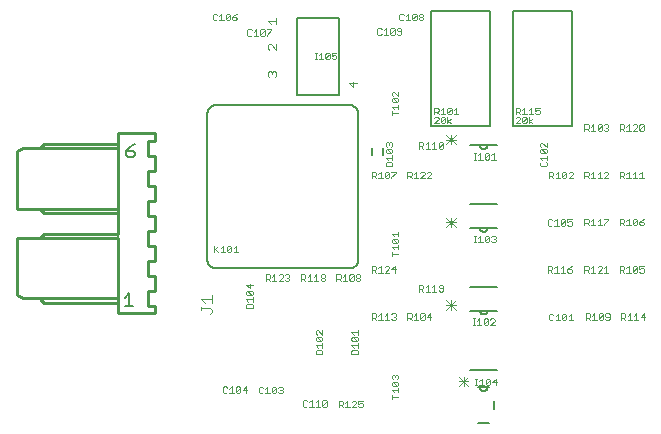
<source format=gbr>
G04 EAGLE Gerber RS-274X export*
G75*
%MOMM*%
%FSLAX34Y34*%
%LPD*%
%INSilkscreen Top*%
%IPPOS*%
%AMOC8*
5,1,8,0,0,1.08239X$1,22.5*%
G01*
%ADD10C,0.152400*%
%ADD11C,0.076200*%
%ADD12C,0.050800*%
%ADD13C,0.203200*%
%ADD14C,0.101600*%
%ADD15C,0.200000*%
%ADD16C,0.127000*%
%ADD17C,0.254000*%
%ADD18C,0.177800*%


D10*
X288316Y195108D02*
X311684Y195108D01*
X311684Y244892D02*
X303048Y244892D01*
X296952Y244892D01*
X288316Y244892D01*
X296952Y244892D02*
X296954Y244783D01*
X296960Y244675D01*
X296969Y244566D01*
X296983Y244458D01*
X297000Y244351D01*
X297022Y244244D01*
X297047Y244138D01*
X297075Y244033D01*
X297108Y243929D01*
X297144Y243827D01*
X297184Y243726D01*
X297227Y243626D01*
X297274Y243528D01*
X297325Y243431D01*
X297379Y243337D01*
X297436Y243244D01*
X297496Y243154D01*
X297560Y243065D01*
X297627Y242979D01*
X297696Y242896D01*
X297769Y242815D01*
X297845Y242737D01*
X297923Y242661D01*
X298004Y242588D01*
X298087Y242519D01*
X298173Y242452D01*
X298262Y242388D01*
X298352Y242328D01*
X298445Y242271D01*
X298539Y242217D01*
X298636Y242166D01*
X298734Y242119D01*
X298834Y242076D01*
X298935Y242036D01*
X299037Y242000D01*
X299141Y241967D01*
X299246Y241939D01*
X299352Y241914D01*
X299459Y241892D01*
X299566Y241875D01*
X299674Y241861D01*
X299783Y241852D01*
X299891Y241846D01*
X300000Y241844D01*
X300109Y241846D01*
X300217Y241852D01*
X300326Y241861D01*
X300434Y241875D01*
X300541Y241892D01*
X300648Y241914D01*
X300754Y241939D01*
X300859Y241967D01*
X300963Y242000D01*
X301065Y242036D01*
X301166Y242076D01*
X301266Y242119D01*
X301364Y242166D01*
X301461Y242217D01*
X301555Y242271D01*
X301648Y242328D01*
X301738Y242388D01*
X301827Y242452D01*
X301913Y242519D01*
X301996Y242588D01*
X302077Y242661D01*
X302155Y242737D01*
X302231Y242815D01*
X302304Y242896D01*
X302373Y242979D01*
X302440Y243065D01*
X302504Y243154D01*
X302564Y243244D01*
X302621Y243337D01*
X302675Y243431D01*
X302726Y243528D01*
X302773Y243626D01*
X302816Y243726D01*
X302856Y243827D01*
X302892Y243929D01*
X302925Y244033D01*
X302953Y244138D01*
X302978Y244244D01*
X303000Y244351D01*
X303017Y244458D01*
X303031Y244566D01*
X303040Y244675D01*
X303046Y244783D01*
X303048Y244892D01*
D11*
X276342Y245740D02*
X268377Y253706D01*
X276342Y253706D02*
X268377Y245740D01*
X268377Y249723D02*
X276342Y249723D01*
X272360Y245740D02*
X272360Y253706D01*
D12*
X291804Y232846D02*
X293636Y232846D01*
X292720Y232846D02*
X292720Y238343D01*
X291804Y238343D02*
X293636Y238343D01*
X295487Y236510D02*
X297319Y238343D01*
X297319Y232846D01*
X295487Y232846D02*
X299152Y232846D01*
X301012Y233762D02*
X301012Y237427D01*
X301928Y238343D01*
X303760Y238343D01*
X304676Y237427D01*
X304676Y233762D01*
X303760Y232846D01*
X301928Y232846D01*
X301012Y233762D01*
X304676Y237427D01*
X306537Y236510D02*
X308369Y238343D01*
X308369Y232846D01*
X306537Y232846D02*
X310201Y232846D01*
X355364Y222641D02*
X355364Y217144D01*
X355364Y222641D02*
X358112Y222641D01*
X359028Y221725D01*
X359028Y219892D01*
X358112Y218976D01*
X355364Y218976D01*
X357196Y218976D02*
X359028Y217144D01*
X360889Y220808D02*
X362721Y222641D01*
X362721Y217144D01*
X360889Y217144D02*
X364553Y217144D01*
X366413Y218060D02*
X366413Y221725D01*
X367330Y222641D01*
X369162Y222641D01*
X370078Y221725D01*
X370078Y218060D01*
X369162Y217144D01*
X367330Y217144D01*
X366413Y218060D01*
X370078Y221725D01*
X371938Y217144D02*
X375603Y217144D01*
X375603Y220808D02*
X371938Y217144D01*
X375603Y220808D02*
X375603Y221725D01*
X374687Y222641D01*
X372854Y222641D01*
X371938Y221725D01*
X385364Y222641D02*
X385364Y217144D01*
X385364Y222641D02*
X388112Y222641D01*
X389028Y221725D01*
X389028Y219892D01*
X388112Y218976D01*
X385364Y218976D01*
X387196Y218976D02*
X389028Y217144D01*
X390889Y220808D02*
X392721Y222641D01*
X392721Y217144D01*
X390889Y217144D02*
X394553Y217144D01*
X396413Y220808D02*
X398246Y222641D01*
X398246Y217144D01*
X400078Y217144D02*
X396413Y217144D01*
X401938Y217144D02*
X405603Y217144D01*
X405603Y220808D02*
X401938Y217144D01*
X405603Y220808D02*
X405603Y221725D01*
X404687Y222641D01*
X402854Y222641D01*
X401938Y221725D01*
X348785Y230710D02*
X347869Y229793D01*
X347869Y227961D01*
X348785Y227045D01*
X352450Y227045D01*
X353366Y227961D01*
X353366Y229793D01*
X352450Y230710D01*
X349702Y232570D02*
X347869Y234402D01*
X353366Y234402D01*
X353366Y232570D02*
X353366Y236234D01*
X352450Y238095D02*
X348785Y238095D01*
X347869Y239011D01*
X347869Y240843D01*
X348785Y241759D01*
X352450Y241759D01*
X353366Y240843D01*
X353366Y239011D01*
X352450Y238095D01*
X348785Y241759D01*
X353366Y243619D02*
X353366Y247284D01*
X349702Y247284D02*
X353366Y243619D01*
X349702Y247284D02*
X348785Y247284D01*
X347869Y246368D01*
X347869Y244535D01*
X348785Y243619D01*
X385364Y257144D02*
X385364Y262641D01*
X388112Y262641D01*
X389028Y261725D01*
X389028Y259892D01*
X388112Y258976D01*
X385364Y258976D01*
X387196Y258976D02*
X389028Y257144D01*
X390889Y260808D02*
X392721Y262641D01*
X392721Y257144D01*
X390889Y257144D02*
X394553Y257144D01*
X396413Y258060D02*
X396413Y261725D01*
X397330Y262641D01*
X399162Y262641D01*
X400078Y261725D01*
X400078Y258060D01*
X399162Y257144D01*
X397330Y257144D01*
X396413Y258060D01*
X400078Y261725D01*
X401938Y261725D02*
X402854Y262641D01*
X404687Y262641D01*
X405603Y261725D01*
X405603Y260808D01*
X404687Y259892D01*
X403770Y259892D01*
X404687Y259892D02*
X405603Y258976D01*
X405603Y258060D01*
X404687Y257144D01*
X402854Y257144D01*
X401938Y258060D01*
D10*
X311684Y125108D02*
X288316Y125108D01*
X303048Y174892D02*
X311684Y174892D01*
X303048Y174892D02*
X296952Y174892D01*
X288316Y174892D01*
X296952Y174892D02*
X296954Y174783D01*
X296960Y174675D01*
X296969Y174566D01*
X296983Y174458D01*
X297000Y174351D01*
X297022Y174244D01*
X297047Y174138D01*
X297075Y174033D01*
X297108Y173929D01*
X297144Y173827D01*
X297184Y173726D01*
X297227Y173626D01*
X297274Y173528D01*
X297325Y173431D01*
X297379Y173337D01*
X297436Y173244D01*
X297496Y173154D01*
X297560Y173065D01*
X297627Y172979D01*
X297696Y172896D01*
X297769Y172815D01*
X297845Y172737D01*
X297923Y172661D01*
X298004Y172588D01*
X298087Y172519D01*
X298173Y172452D01*
X298262Y172388D01*
X298352Y172328D01*
X298445Y172271D01*
X298539Y172217D01*
X298636Y172166D01*
X298734Y172119D01*
X298834Y172076D01*
X298935Y172036D01*
X299037Y172000D01*
X299141Y171967D01*
X299246Y171939D01*
X299352Y171914D01*
X299459Y171892D01*
X299566Y171875D01*
X299674Y171861D01*
X299783Y171852D01*
X299891Y171846D01*
X300000Y171844D01*
X300109Y171846D01*
X300217Y171852D01*
X300326Y171861D01*
X300434Y171875D01*
X300541Y171892D01*
X300648Y171914D01*
X300754Y171939D01*
X300859Y171967D01*
X300963Y172000D01*
X301065Y172036D01*
X301166Y172076D01*
X301266Y172119D01*
X301364Y172166D01*
X301461Y172217D01*
X301555Y172271D01*
X301648Y172328D01*
X301738Y172388D01*
X301827Y172452D01*
X301913Y172519D01*
X301996Y172588D01*
X302077Y172661D01*
X302155Y172737D01*
X302231Y172815D01*
X302304Y172896D01*
X302373Y172979D01*
X302440Y173065D01*
X302504Y173154D01*
X302564Y173244D01*
X302621Y173337D01*
X302675Y173431D01*
X302726Y173528D01*
X302773Y173626D01*
X302816Y173726D01*
X302856Y173827D01*
X302892Y173929D01*
X302925Y174033D01*
X302953Y174138D01*
X302978Y174244D01*
X303000Y174351D01*
X303017Y174458D01*
X303031Y174566D01*
X303040Y174675D01*
X303046Y174783D01*
X303048Y174892D01*
D11*
X276342Y175740D02*
X268377Y183706D01*
X276342Y183706D02*
X268377Y175740D01*
X268377Y179723D02*
X276342Y179723D01*
X272360Y175740D02*
X272360Y183706D01*
D12*
X291804Y162846D02*
X293636Y162846D01*
X292720Y162846D02*
X292720Y168343D01*
X291804Y168343D02*
X293636Y168343D01*
X295487Y166510D02*
X297319Y168343D01*
X297319Y162846D01*
X295487Y162846D02*
X299152Y162846D01*
X301012Y163762D02*
X301012Y167427D01*
X301928Y168343D01*
X303760Y168343D01*
X304676Y167427D01*
X304676Y163762D01*
X303760Y162846D01*
X301928Y162846D01*
X301012Y163762D01*
X304676Y167427D01*
X306537Y167427D02*
X307453Y168343D01*
X309285Y168343D01*
X310201Y167427D01*
X310201Y166510D01*
X309285Y165594D01*
X308369Y165594D01*
X309285Y165594D02*
X310201Y164678D01*
X310201Y163762D01*
X309285Y162846D01*
X307453Y162846D01*
X306537Y163762D01*
X354364Y142641D02*
X354364Y137144D01*
X354364Y142641D02*
X357112Y142641D01*
X358028Y141725D01*
X358028Y139892D01*
X357112Y138976D01*
X354364Y138976D01*
X356196Y138976D02*
X358028Y137144D01*
X359889Y140808D02*
X361721Y142641D01*
X361721Y137144D01*
X359889Y137144D02*
X363553Y137144D01*
X365413Y140808D02*
X367246Y142641D01*
X367246Y137144D01*
X369078Y137144D02*
X365413Y137144D01*
X372770Y141725D02*
X374603Y142641D01*
X372770Y141725D02*
X370938Y139892D01*
X370938Y138060D01*
X371854Y137144D01*
X373687Y137144D01*
X374603Y138060D01*
X374603Y138976D01*
X373687Y139892D01*
X370938Y139892D01*
X385364Y137144D02*
X385364Y142641D01*
X388112Y142641D01*
X389028Y141725D01*
X389028Y139892D01*
X388112Y138976D01*
X385364Y138976D01*
X387196Y138976D02*
X389028Y137144D01*
X390889Y140808D02*
X392721Y142641D01*
X392721Y137144D01*
X390889Y137144D02*
X394553Y137144D01*
X396413Y137144D02*
X400078Y137144D01*
X400078Y140808D02*
X396413Y137144D01*
X400078Y140808D02*
X400078Y141725D01*
X399162Y142641D01*
X397330Y142641D01*
X396413Y141725D01*
X401938Y140808D02*
X403770Y142641D01*
X403770Y137144D01*
X401938Y137144D02*
X405603Y137144D01*
X358028Y181455D02*
X357112Y182371D01*
X355280Y182371D01*
X354364Y181455D01*
X354364Y177790D01*
X355280Y176874D01*
X357112Y176874D01*
X358028Y177790D01*
X359889Y180538D02*
X361721Y182371D01*
X361721Y176874D01*
X359889Y176874D02*
X363553Y176874D01*
X365413Y177790D02*
X365413Y181455D01*
X366330Y182371D01*
X368162Y182371D01*
X369078Y181455D01*
X369078Y177790D01*
X368162Y176874D01*
X366330Y176874D01*
X365413Y177790D01*
X369078Y181455D01*
X370938Y182371D02*
X374603Y182371D01*
X370938Y182371D02*
X370938Y179622D01*
X372770Y180538D01*
X373687Y180538D01*
X374603Y179622D01*
X374603Y177790D01*
X373687Y176874D01*
X371854Y176874D01*
X370938Y177790D01*
X385364Y177144D02*
X385364Y182641D01*
X388112Y182641D01*
X389028Y181725D01*
X389028Y179892D01*
X388112Y178976D01*
X385364Y178976D01*
X387196Y178976D02*
X389028Y177144D01*
X390889Y180808D02*
X392721Y182641D01*
X392721Y177144D01*
X390889Y177144D02*
X394553Y177144D01*
X396413Y180808D02*
X398246Y182641D01*
X398246Y177144D01*
X400078Y177144D02*
X396413Y177144D01*
X401938Y182641D02*
X405603Y182641D01*
X405603Y181725D01*
X401938Y178060D01*
X401938Y177144D01*
X175364Y135641D02*
X175364Y130144D01*
X175364Y135641D02*
X178112Y135641D01*
X179028Y134725D01*
X179028Y132892D01*
X178112Y131976D01*
X175364Y131976D01*
X177196Y131976D02*
X179028Y130144D01*
X180889Y133808D02*
X182721Y135641D01*
X182721Y130144D01*
X180889Y130144D02*
X184553Y130144D01*
X186413Y131060D02*
X186413Y134725D01*
X187330Y135641D01*
X189162Y135641D01*
X190078Y134725D01*
X190078Y131060D01*
X189162Y130144D01*
X187330Y130144D01*
X186413Y131060D01*
X190078Y134725D01*
X191938Y134725D02*
X192854Y135641D01*
X194687Y135641D01*
X195603Y134725D01*
X195603Y133808D01*
X194687Y132892D01*
X195603Y131976D01*
X195603Y131060D01*
X194687Y130144D01*
X192854Y130144D01*
X191938Y131060D01*
X191938Y131976D01*
X192854Y132892D01*
X191938Y133808D01*
X191938Y134725D01*
X192854Y132892D02*
X194687Y132892D01*
X145364Y130144D02*
X145364Y135641D01*
X148112Y135641D01*
X149028Y134725D01*
X149028Y132892D01*
X148112Y131976D01*
X145364Y131976D01*
X147196Y131976D02*
X149028Y130144D01*
X150889Y133808D02*
X152721Y135641D01*
X152721Y130144D01*
X150889Y130144D02*
X154553Y130144D01*
X156413Y133808D02*
X158246Y135641D01*
X158246Y130144D01*
X160078Y130144D02*
X156413Y130144D01*
X161938Y134725D02*
X162854Y135641D01*
X164687Y135641D01*
X165603Y134725D01*
X165603Y133808D01*
X164687Y132892D01*
X165603Y131976D01*
X165603Y131060D01*
X164687Y130144D01*
X162854Y130144D01*
X161938Y131060D01*
X161938Y131976D01*
X162854Y132892D01*
X161938Y133808D01*
X161938Y134725D01*
X162854Y132892D02*
X164687Y132892D01*
X103568Y342185D02*
X102652Y343101D01*
X100820Y343101D01*
X99904Y342185D01*
X99904Y338520D01*
X100820Y337604D01*
X102652Y337604D01*
X103568Y338520D01*
X105429Y341268D02*
X107261Y343101D01*
X107261Y337604D01*
X105429Y337604D02*
X109093Y337604D01*
X110953Y338520D02*
X110953Y342185D01*
X111870Y343101D01*
X113702Y343101D01*
X114618Y342185D01*
X114618Y338520D01*
X113702Y337604D01*
X111870Y337604D01*
X110953Y338520D01*
X114618Y342185D01*
X116478Y343101D02*
X120143Y343101D01*
X120143Y342185D01*
X116478Y338520D01*
X116478Y337604D01*
X231302Y356451D02*
X232218Y355535D01*
X231302Y356451D02*
X229470Y356451D01*
X228554Y355535D01*
X228554Y351870D01*
X229470Y350954D01*
X231302Y350954D01*
X232218Y351870D01*
X234079Y354618D02*
X235911Y356451D01*
X235911Y350954D01*
X234079Y350954D02*
X237743Y350954D01*
X239603Y351870D02*
X239603Y355535D01*
X240520Y356451D01*
X242352Y356451D01*
X243268Y355535D01*
X243268Y351870D01*
X242352Y350954D01*
X240520Y350954D01*
X239603Y351870D01*
X243268Y355535D01*
X245128Y355535D02*
X246044Y356451D01*
X247877Y356451D01*
X248793Y355535D01*
X248793Y354618D01*
X247877Y353702D01*
X248793Y352786D01*
X248793Y351870D01*
X247877Y350954D01*
X246044Y350954D01*
X245128Y351870D01*
X245128Y352786D01*
X246044Y353702D01*
X245128Y354618D01*
X245128Y355535D01*
X246044Y353702D02*
X247877Y353702D01*
X213568Y343185D02*
X212652Y344101D01*
X210820Y344101D01*
X209904Y343185D01*
X209904Y339520D01*
X210820Y338604D01*
X212652Y338604D01*
X213568Y339520D01*
X215429Y342268D02*
X217261Y344101D01*
X217261Y338604D01*
X215429Y338604D02*
X219093Y338604D01*
X220953Y339520D02*
X220953Y343185D01*
X221870Y344101D01*
X223702Y344101D01*
X224618Y343185D01*
X224618Y339520D01*
X223702Y338604D01*
X221870Y338604D01*
X220953Y339520D01*
X224618Y343185D01*
X226478Y339520D02*
X227394Y338604D01*
X229227Y338604D01*
X230143Y339520D01*
X230143Y343185D01*
X229227Y344101D01*
X227394Y344101D01*
X226478Y343185D01*
X226478Y342268D01*
X227394Y341352D01*
X230143Y341352D01*
X74218Y355535D02*
X73302Y356451D01*
X71470Y356451D01*
X70554Y355535D01*
X70554Y351870D01*
X71470Y350954D01*
X73302Y350954D01*
X74218Y351870D01*
X76079Y354618D02*
X77911Y356451D01*
X77911Y350954D01*
X76079Y350954D02*
X79743Y350954D01*
X81603Y351870D02*
X81603Y355535D01*
X82520Y356451D01*
X84352Y356451D01*
X85268Y355535D01*
X85268Y351870D01*
X84352Y350954D01*
X82520Y350954D01*
X81603Y351870D01*
X85268Y355535D01*
X88960Y355535D02*
X90793Y356451D01*
X88960Y355535D02*
X87128Y353702D01*
X87128Y351870D01*
X88044Y350954D01*
X89877Y350954D01*
X90793Y351870D01*
X90793Y352786D01*
X89877Y353702D01*
X87128Y353702D01*
D13*
X142220Y287234D02*
X177780Y287234D01*
X142220Y287234D02*
X142220Y352766D01*
X177780Y352766D01*
X177780Y287234D01*
D14*
X118508Y302816D02*
X117322Y304002D01*
X117322Y306375D01*
X118508Y307561D01*
X119695Y307561D01*
X120881Y306375D01*
X120881Y305189D01*
X120881Y306375D02*
X122067Y307561D01*
X123254Y307561D01*
X124440Y306375D01*
X124440Y304002D01*
X123254Y302816D01*
X185902Y297533D02*
X193020Y297533D01*
X189461Y293974D02*
X185902Y297533D01*
X189461Y298719D02*
X189461Y293974D01*
X119695Y347550D02*
X117322Y349923D01*
X124440Y349923D01*
X124440Y352295D02*
X124440Y347550D01*
X124346Y330675D02*
X124346Y325930D01*
X119601Y330675D01*
X118414Y330675D01*
X117228Y329489D01*
X117228Y327116D01*
X118414Y325930D01*
D12*
X156854Y317762D02*
X158686Y317762D01*
X157770Y317762D02*
X157770Y323259D01*
X156854Y323259D02*
X158686Y323259D01*
X160537Y321426D02*
X162369Y323259D01*
X162369Y317762D01*
X160537Y317762D02*
X164202Y317762D01*
X166062Y318678D02*
X166062Y322343D01*
X166978Y323259D01*
X168810Y323259D01*
X169726Y322343D01*
X169726Y318678D01*
X168810Y317762D01*
X166978Y317762D01*
X166062Y318678D01*
X169726Y322343D01*
X171587Y323259D02*
X175251Y323259D01*
X171587Y323259D02*
X171587Y320510D01*
X173419Y321426D01*
X174335Y321426D01*
X175251Y320510D01*
X175251Y318678D01*
X174335Y317762D01*
X172503Y317762D01*
X171587Y318678D01*
D10*
X295174Y10014D02*
X304826Y10014D01*
X308382Y21698D02*
X308382Y28302D01*
X304826Y39986D02*
X303048Y39986D01*
X296952Y39986D01*
X295174Y39986D01*
X296952Y39986D02*
X296954Y39877D01*
X296960Y39769D01*
X296969Y39660D01*
X296983Y39552D01*
X297000Y39445D01*
X297022Y39338D01*
X297047Y39232D01*
X297075Y39127D01*
X297108Y39023D01*
X297144Y38921D01*
X297184Y38820D01*
X297227Y38720D01*
X297274Y38622D01*
X297325Y38525D01*
X297379Y38431D01*
X297436Y38338D01*
X297496Y38248D01*
X297560Y38159D01*
X297627Y38073D01*
X297696Y37990D01*
X297769Y37909D01*
X297845Y37831D01*
X297923Y37755D01*
X298004Y37682D01*
X298087Y37613D01*
X298173Y37546D01*
X298262Y37482D01*
X298352Y37422D01*
X298445Y37365D01*
X298539Y37311D01*
X298636Y37260D01*
X298734Y37213D01*
X298834Y37170D01*
X298935Y37130D01*
X299037Y37094D01*
X299141Y37061D01*
X299246Y37033D01*
X299352Y37008D01*
X299459Y36986D01*
X299566Y36969D01*
X299674Y36955D01*
X299783Y36946D01*
X299891Y36940D01*
X300000Y36938D01*
X300109Y36940D01*
X300217Y36946D01*
X300326Y36955D01*
X300434Y36969D01*
X300541Y36986D01*
X300648Y37008D01*
X300754Y37033D01*
X300859Y37061D01*
X300963Y37094D01*
X301065Y37130D01*
X301166Y37170D01*
X301266Y37213D01*
X301364Y37260D01*
X301461Y37311D01*
X301555Y37365D01*
X301648Y37422D01*
X301738Y37482D01*
X301827Y37546D01*
X301913Y37613D01*
X301996Y37682D01*
X302077Y37755D01*
X302155Y37831D01*
X302231Y37909D01*
X302304Y37990D01*
X302373Y38073D01*
X302440Y38159D01*
X302504Y38248D01*
X302564Y38338D01*
X302621Y38431D01*
X302675Y38525D01*
X302726Y38622D01*
X302773Y38720D01*
X302816Y38820D01*
X302856Y38921D01*
X302892Y39023D01*
X302925Y39127D01*
X302953Y39232D01*
X302978Y39338D01*
X303000Y39445D01*
X303017Y39552D01*
X303031Y39660D01*
X303040Y39769D01*
X303046Y39877D01*
X303048Y39986D01*
D11*
X287010Y41088D02*
X279045Y49054D01*
X287010Y49054D02*
X279045Y41088D01*
X279045Y45071D02*
X287010Y45071D01*
X283028Y41088D02*
X283028Y49054D01*
D12*
X292710Y41654D02*
X294542Y41654D01*
X293626Y41654D02*
X293626Y47151D01*
X292710Y47151D02*
X294542Y47151D01*
X296393Y45318D02*
X298225Y47151D01*
X298225Y41654D01*
X296393Y41654D02*
X300058Y41654D01*
X301918Y42570D02*
X301918Y46235D01*
X302834Y47151D01*
X304666Y47151D01*
X305582Y46235D01*
X305582Y42570D01*
X304666Y41654D01*
X302834Y41654D01*
X301918Y42570D01*
X305582Y46235D01*
X310191Y47151D02*
X310191Y41654D01*
X307443Y44402D02*
X310191Y47151D01*
X311107Y44402D02*
X307443Y44402D01*
X415364Y217144D02*
X415364Y222641D01*
X418112Y222641D01*
X419028Y221725D01*
X419028Y219892D01*
X418112Y218976D01*
X415364Y218976D01*
X417196Y218976D02*
X419028Y217144D01*
X420889Y220808D02*
X422721Y222641D01*
X422721Y217144D01*
X420889Y217144D02*
X424553Y217144D01*
X426413Y220808D02*
X428246Y222641D01*
X428246Y217144D01*
X430078Y217144D02*
X426413Y217144D01*
X431938Y220808D02*
X433770Y222641D01*
X433770Y217144D01*
X431938Y217144D02*
X435603Y217144D01*
X415364Y257144D02*
X415364Y262641D01*
X418112Y262641D01*
X419028Y261725D01*
X419028Y259892D01*
X418112Y258976D01*
X415364Y258976D01*
X417196Y258976D02*
X419028Y257144D01*
X420889Y260808D02*
X422721Y262641D01*
X422721Y257144D01*
X420889Y257144D02*
X424553Y257144D01*
X426413Y257144D02*
X430078Y257144D01*
X430078Y260808D02*
X426413Y257144D01*
X430078Y260808D02*
X430078Y261725D01*
X429162Y262641D01*
X427330Y262641D01*
X426413Y261725D01*
X431938Y261725D02*
X431938Y258060D01*
X431938Y261725D02*
X432854Y262641D01*
X434687Y262641D01*
X435603Y261725D01*
X435603Y258060D01*
X434687Y257144D01*
X432854Y257144D01*
X431938Y258060D01*
X435603Y261725D01*
X163546Y68155D02*
X158049Y68155D01*
X163546Y68155D02*
X163546Y70903D01*
X162630Y71820D01*
X158965Y71820D01*
X158049Y70903D01*
X158049Y68155D01*
X159882Y73680D02*
X158049Y75512D01*
X163546Y75512D01*
X163546Y73680D02*
X163546Y77344D01*
X162630Y79205D02*
X158965Y79205D01*
X158049Y80121D01*
X158049Y81953D01*
X158965Y82869D01*
X162630Y82869D01*
X163546Y81953D01*
X163546Y80121D01*
X162630Y79205D01*
X158965Y82869D01*
X163546Y84729D02*
X163546Y88394D01*
X159882Y88394D02*
X163546Y84729D01*
X159882Y88394D02*
X158965Y88394D01*
X158049Y87478D01*
X158049Y85645D01*
X158965Y84729D01*
X104546Y107155D02*
X99049Y107155D01*
X104546Y107155D02*
X104546Y109903D01*
X103630Y110820D01*
X99965Y110820D01*
X99049Y109903D01*
X99049Y107155D01*
X100882Y112680D02*
X99049Y114512D01*
X104546Y114512D01*
X104546Y112680D02*
X104546Y116344D01*
X103630Y118205D02*
X99965Y118205D01*
X99049Y119121D01*
X99049Y120953D01*
X99965Y121869D01*
X103630Y121869D01*
X104546Y120953D01*
X104546Y119121D01*
X103630Y118205D01*
X99965Y121869D01*
X99049Y126478D02*
X104546Y126478D01*
X101798Y123729D02*
X99049Y126478D01*
X101798Y127394D02*
X101798Y123729D01*
X188049Y68155D02*
X193546Y68155D01*
X193546Y70903D01*
X192630Y71820D01*
X188965Y71820D01*
X188049Y70903D01*
X188049Y68155D01*
X189882Y73680D02*
X188049Y75512D01*
X193546Y75512D01*
X193546Y73680D02*
X193546Y77344D01*
X192630Y79205D02*
X188965Y79205D01*
X188049Y80121D01*
X188049Y81953D01*
X188965Y82869D01*
X192630Y82869D01*
X193546Y81953D01*
X193546Y80121D01*
X192630Y79205D01*
X188965Y82869D01*
X189882Y84729D02*
X188049Y86562D01*
X193546Y86562D01*
X193546Y88394D02*
X193546Y84729D01*
D13*
X66000Y148500D02*
X66000Y271500D01*
X73500Y141000D02*
X186500Y141000D01*
X194000Y148500D02*
X194000Y271500D01*
X186500Y279000D02*
X73500Y279000D01*
X73319Y278998D01*
X73138Y278991D01*
X72957Y278980D01*
X72776Y278965D01*
X72596Y278945D01*
X72416Y278921D01*
X72237Y278893D01*
X72059Y278860D01*
X71882Y278823D01*
X71705Y278782D01*
X71530Y278737D01*
X71355Y278687D01*
X71182Y278633D01*
X71011Y278575D01*
X70840Y278513D01*
X70672Y278446D01*
X70505Y278376D01*
X70339Y278302D01*
X70176Y278223D01*
X70015Y278141D01*
X69855Y278055D01*
X69698Y277965D01*
X69543Y277871D01*
X69390Y277774D01*
X69240Y277672D01*
X69092Y277568D01*
X68946Y277459D01*
X68804Y277348D01*
X68664Y277232D01*
X68527Y277114D01*
X68392Y276992D01*
X68261Y276867D01*
X68133Y276739D01*
X68008Y276608D01*
X67886Y276473D01*
X67768Y276336D01*
X67652Y276196D01*
X67541Y276054D01*
X67432Y275908D01*
X67328Y275760D01*
X67226Y275610D01*
X67129Y275457D01*
X67035Y275302D01*
X66945Y275145D01*
X66859Y274985D01*
X66777Y274824D01*
X66698Y274661D01*
X66624Y274495D01*
X66554Y274328D01*
X66487Y274160D01*
X66425Y273989D01*
X66367Y273818D01*
X66313Y273645D01*
X66263Y273470D01*
X66218Y273295D01*
X66177Y273118D01*
X66140Y272941D01*
X66107Y272763D01*
X66079Y272584D01*
X66055Y272404D01*
X66035Y272224D01*
X66020Y272043D01*
X66009Y271862D01*
X66002Y271681D01*
X66000Y271500D01*
X66000Y148500D02*
X66002Y148319D01*
X66009Y148138D01*
X66020Y147957D01*
X66035Y147776D01*
X66055Y147596D01*
X66079Y147416D01*
X66107Y147237D01*
X66140Y147059D01*
X66177Y146882D01*
X66218Y146705D01*
X66263Y146530D01*
X66313Y146355D01*
X66367Y146182D01*
X66425Y146011D01*
X66487Y145840D01*
X66554Y145672D01*
X66624Y145505D01*
X66698Y145339D01*
X66777Y145176D01*
X66859Y145015D01*
X66945Y144855D01*
X67035Y144698D01*
X67129Y144543D01*
X67226Y144390D01*
X67328Y144240D01*
X67432Y144092D01*
X67541Y143946D01*
X67652Y143804D01*
X67768Y143664D01*
X67886Y143527D01*
X68008Y143392D01*
X68133Y143261D01*
X68261Y143133D01*
X68392Y143008D01*
X68527Y142886D01*
X68664Y142768D01*
X68804Y142652D01*
X68946Y142541D01*
X69092Y142432D01*
X69240Y142328D01*
X69390Y142226D01*
X69543Y142129D01*
X69698Y142035D01*
X69855Y141945D01*
X70015Y141859D01*
X70176Y141777D01*
X70339Y141698D01*
X70505Y141624D01*
X70672Y141554D01*
X70840Y141487D01*
X71011Y141425D01*
X71182Y141367D01*
X71355Y141313D01*
X71530Y141263D01*
X71705Y141218D01*
X71882Y141177D01*
X72059Y141140D01*
X72237Y141107D01*
X72416Y141079D01*
X72596Y141055D01*
X72776Y141035D01*
X72957Y141020D01*
X73138Y141009D01*
X73319Y141002D01*
X73500Y141000D01*
X186500Y141000D02*
X186681Y141002D01*
X186862Y141009D01*
X187043Y141020D01*
X187224Y141035D01*
X187404Y141055D01*
X187584Y141079D01*
X187763Y141107D01*
X187941Y141140D01*
X188118Y141177D01*
X188295Y141218D01*
X188470Y141263D01*
X188645Y141313D01*
X188818Y141367D01*
X188989Y141425D01*
X189160Y141487D01*
X189328Y141554D01*
X189495Y141624D01*
X189661Y141698D01*
X189824Y141777D01*
X189985Y141859D01*
X190145Y141945D01*
X190302Y142035D01*
X190457Y142129D01*
X190610Y142226D01*
X190760Y142328D01*
X190908Y142432D01*
X191054Y142541D01*
X191196Y142652D01*
X191336Y142768D01*
X191473Y142886D01*
X191608Y143008D01*
X191739Y143133D01*
X191867Y143261D01*
X191992Y143392D01*
X192114Y143527D01*
X192232Y143664D01*
X192348Y143804D01*
X192459Y143946D01*
X192568Y144092D01*
X192672Y144240D01*
X192774Y144390D01*
X192871Y144543D01*
X192965Y144698D01*
X193055Y144855D01*
X193141Y145015D01*
X193223Y145176D01*
X193302Y145339D01*
X193376Y145505D01*
X193446Y145672D01*
X193513Y145840D01*
X193575Y146011D01*
X193633Y146182D01*
X193687Y146355D01*
X193737Y146530D01*
X193782Y146705D01*
X193823Y146882D01*
X193860Y147059D01*
X193893Y147237D01*
X193921Y147416D01*
X193945Y147596D01*
X193965Y147776D01*
X193980Y147957D01*
X193991Y148138D01*
X193998Y148319D01*
X194000Y148500D01*
X194000Y271500D02*
X193998Y271681D01*
X193991Y271862D01*
X193980Y272043D01*
X193965Y272224D01*
X193945Y272404D01*
X193921Y272584D01*
X193893Y272763D01*
X193860Y272941D01*
X193823Y273118D01*
X193782Y273295D01*
X193737Y273470D01*
X193687Y273645D01*
X193633Y273818D01*
X193575Y273989D01*
X193513Y274160D01*
X193446Y274328D01*
X193376Y274495D01*
X193302Y274661D01*
X193223Y274824D01*
X193141Y274985D01*
X193055Y275145D01*
X192965Y275302D01*
X192871Y275457D01*
X192774Y275610D01*
X192672Y275760D01*
X192568Y275908D01*
X192459Y276054D01*
X192348Y276196D01*
X192232Y276336D01*
X192114Y276473D01*
X191992Y276608D01*
X191867Y276739D01*
X191739Y276867D01*
X191608Y276992D01*
X191473Y277114D01*
X191336Y277232D01*
X191196Y277348D01*
X191054Y277459D01*
X190908Y277568D01*
X190760Y277672D01*
X190610Y277774D01*
X190457Y277871D01*
X190302Y277965D01*
X190145Y278055D01*
X189985Y278141D01*
X189824Y278223D01*
X189661Y278302D01*
X189495Y278376D01*
X189328Y278446D01*
X189160Y278513D01*
X188989Y278575D01*
X188818Y278633D01*
X188645Y278687D01*
X188470Y278737D01*
X188295Y278782D01*
X188118Y278823D01*
X187941Y278860D01*
X187763Y278893D01*
X187584Y278921D01*
X187404Y278945D01*
X187224Y278965D01*
X187043Y278980D01*
X186862Y278991D01*
X186681Y278998D01*
X186500Y279000D01*
D12*
X71754Y159951D02*
X71754Y154454D01*
X71754Y156286D02*
X75418Y159951D01*
X72670Y157202D02*
X75418Y154454D01*
X77279Y158118D02*
X79111Y159951D01*
X79111Y154454D01*
X77279Y154454D02*
X80943Y154454D01*
X82803Y155370D02*
X82803Y159035D01*
X83720Y159951D01*
X85552Y159951D01*
X86468Y159035D01*
X86468Y155370D01*
X85552Y154454D01*
X83720Y154454D01*
X82803Y155370D01*
X86468Y159035D01*
X88328Y158118D02*
X90160Y159951D01*
X90160Y154454D01*
X88328Y154454D02*
X91993Y154454D01*
D15*
X205500Y237000D02*
X205500Y243000D01*
X214500Y243000D02*
X214500Y237000D01*
D12*
X217249Y227155D02*
X222746Y227155D01*
X222746Y229903D01*
X221830Y230820D01*
X218165Y230820D01*
X217249Y229903D01*
X217249Y227155D01*
X219082Y232680D02*
X217249Y234512D01*
X222746Y234512D01*
X222746Y232680D02*
X222746Y236344D01*
X221830Y238205D02*
X218165Y238205D01*
X217249Y239121D01*
X217249Y240953D01*
X218165Y241869D01*
X221830Y241869D01*
X222746Y240953D01*
X222746Y239121D01*
X221830Y238205D01*
X218165Y241869D01*
X218165Y243729D02*
X217249Y244645D01*
X217249Y246478D01*
X218165Y247394D01*
X219082Y247394D01*
X219998Y246478D01*
X219998Y245562D01*
X219998Y246478D02*
X220914Y247394D01*
X221830Y247394D01*
X222746Y246478D01*
X222746Y244645D01*
X221830Y243729D01*
X222199Y272036D02*
X227696Y272036D01*
X222199Y270204D02*
X222199Y273868D01*
X224032Y275729D02*
X222199Y277561D01*
X227696Y277561D01*
X227696Y275729D02*
X227696Y279393D01*
X226780Y281253D02*
X223115Y281253D01*
X222199Y282170D01*
X222199Y284002D01*
X223115Y284918D01*
X226780Y284918D01*
X227696Y284002D01*
X227696Y282170D01*
X226780Y281253D01*
X223115Y284918D01*
X227696Y286778D02*
X227696Y290443D01*
X224032Y290443D02*
X227696Y286778D01*
X224032Y290443D02*
X223115Y290443D01*
X222199Y289527D01*
X222199Y287694D01*
X223115Y286778D01*
D16*
X305000Y261500D02*
X305000Y358500D01*
X255000Y358500D02*
X255000Y261500D01*
X305000Y261500D01*
X305000Y358500D02*
X255000Y358500D01*
D12*
X258154Y276851D02*
X258154Y271354D01*
X258154Y276851D02*
X260902Y276851D01*
X261818Y275935D01*
X261818Y274102D01*
X260902Y273186D01*
X258154Y273186D01*
X259986Y273186D02*
X261818Y271354D01*
X263679Y275018D02*
X265511Y276851D01*
X265511Y271354D01*
X263679Y271354D02*
X267343Y271354D01*
X269203Y272270D02*
X269203Y275935D01*
X270120Y276851D01*
X271952Y276851D01*
X272868Y275935D01*
X272868Y272270D01*
X271952Y271354D01*
X270120Y271354D01*
X269203Y272270D01*
X272868Y275935D01*
X274728Y275018D02*
X276560Y276851D01*
X276560Y271354D01*
X274728Y271354D02*
X278393Y271354D01*
X261818Y263654D02*
X258154Y263654D01*
X261818Y267318D01*
X261818Y268235D01*
X260902Y269151D01*
X259070Y269151D01*
X258154Y268235D01*
X263679Y268235D02*
X263679Y264570D01*
X263679Y268235D02*
X264595Y269151D01*
X266427Y269151D01*
X267343Y268235D01*
X267343Y264570D01*
X266427Y263654D01*
X264595Y263654D01*
X263679Y264570D01*
X267343Y268235D01*
X269203Y269151D02*
X269203Y263654D01*
X269203Y265486D02*
X271952Y263654D01*
X269203Y265486D02*
X271952Y267318D01*
D16*
X375000Y261500D02*
X375000Y358500D01*
X325000Y358500D02*
X325000Y261500D01*
X375000Y261500D01*
X375000Y358500D02*
X325000Y358500D01*
D12*
X327154Y276851D02*
X327154Y271354D01*
X327154Y276851D02*
X329902Y276851D01*
X330818Y275935D01*
X330818Y274102D01*
X329902Y273186D01*
X327154Y273186D01*
X328986Y273186D02*
X330818Y271354D01*
X332679Y275018D02*
X334511Y276851D01*
X334511Y271354D01*
X332679Y271354D02*
X336343Y271354D01*
X338203Y275018D02*
X340036Y276851D01*
X340036Y271354D01*
X341868Y271354D02*
X338203Y271354D01*
X343728Y276851D02*
X347393Y276851D01*
X343728Y276851D02*
X343728Y274102D01*
X345560Y275018D01*
X346477Y275018D01*
X347393Y274102D01*
X347393Y272270D01*
X346477Y271354D01*
X344644Y271354D01*
X343728Y272270D01*
X330818Y263654D02*
X327154Y263654D01*
X330818Y267318D01*
X330818Y268235D01*
X329902Y269151D01*
X328070Y269151D01*
X327154Y268235D01*
X332679Y268235D02*
X332679Y264570D01*
X332679Y268235D02*
X333595Y269151D01*
X335427Y269151D01*
X336343Y268235D01*
X336343Y264570D01*
X335427Y263654D01*
X333595Y263654D01*
X332679Y264570D01*
X336343Y268235D01*
X338203Y269151D02*
X338203Y263654D01*
X338203Y265486D02*
X340952Y263654D01*
X338203Y265486D02*
X340952Y267318D01*
D10*
X311684Y55108D02*
X288316Y55108D01*
X303048Y104892D02*
X311684Y104892D01*
X303048Y104892D02*
X296952Y104892D01*
X288316Y104892D01*
X296952Y104892D02*
X296954Y104783D01*
X296960Y104675D01*
X296969Y104566D01*
X296983Y104458D01*
X297000Y104351D01*
X297022Y104244D01*
X297047Y104138D01*
X297075Y104033D01*
X297108Y103929D01*
X297144Y103827D01*
X297184Y103726D01*
X297227Y103626D01*
X297274Y103528D01*
X297325Y103431D01*
X297379Y103337D01*
X297436Y103244D01*
X297496Y103154D01*
X297560Y103065D01*
X297627Y102979D01*
X297696Y102896D01*
X297769Y102815D01*
X297845Y102737D01*
X297923Y102661D01*
X298004Y102588D01*
X298087Y102519D01*
X298173Y102452D01*
X298262Y102388D01*
X298352Y102328D01*
X298445Y102271D01*
X298539Y102217D01*
X298636Y102166D01*
X298734Y102119D01*
X298834Y102076D01*
X298935Y102036D01*
X299037Y102000D01*
X299141Y101967D01*
X299246Y101939D01*
X299352Y101914D01*
X299459Y101892D01*
X299566Y101875D01*
X299674Y101861D01*
X299783Y101852D01*
X299891Y101846D01*
X300000Y101844D01*
X300109Y101846D01*
X300217Y101852D01*
X300326Y101861D01*
X300434Y101875D01*
X300541Y101892D01*
X300648Y101914D01*
X300754Y101939D01*
X300859Y101967D01*
X300963Y102000D01*
X301065Y102036D01*
X301166Y102076D01*
X301266Y102119D01*
X301364Y102166D01*
X301461Y102217D01*
X301555Y102271D01*
X301648Y102328D01*
X301738Y102388D01*
X301827Y102452D01*
X301913Y102519D01*
X301996Y102588D01*
X302077Y102661D01*
X302155Y102737D01*
X302231Y102815D01*
X302304Y102896D01*
X302373Y102979D01*
X302440Y103065D01*
X302504Y103154D01*
X302564Y103244D01*
X302621Y103337D01*
X302675Y103431D01*
X302726Y103528D01*
X302773Y103626D01*
X302816Y103726D01*
X302856Y103827D01*
X302892Y103929D01*
X302925Y104033D01*
X302953Y104138D01*
X302978Y104244D01*
X303000Y104351D01*
X303017Y104458D01*
X303031Y104566D01*
X303040Y104675D01*
X303046Y104783D01*
X303048Y104892D01*
D11*
X276342Y105740D02*
X268377Y113706D01*
X276342Y113706D02*
X268377Y105740D01*
X268377Y109723D02*
X276342Y109723D01*
X272360Y105740D02*
X272360Y113706D01*
D12*
X290804Y92846D02*
X292636Y92846D01*
X291720Y92846D02*
X291720Y98343D01*
X290804Y98343D02*
X292636Y98343D01*
X294487Y96510D02*
X296319Y98343D01*
X296319Y92846D01*
X294487Y92846D02*
X298152Y92846D01*
X300012Y93762D02*
X300012Y97427D01*
X300928Y98343D01*
X302760Y98343D01*
X303676Y97427D01*
X303676Y93762D01*
X302760Y92846D01*
X300928Y92846D01*
X300012Y93762D01*
X303676Y97427D01*
X305537Y92846D02*
X309201Y92846D01*
X305537Y92846D02*
X309201Y96510D01*
X309201Y97427D01*
X308285Y98343D01*
X306453Y98343D01*
X305537Y97427D01*
X113218Y39535D02*
X112302Y40451D01*
X110470Y40451D01*
X109554Y39535D01*
X109554Y35870D01*
X110470Y34954D01*
X112302Y34954D01*
X113218Y35870D01*
X115079Y38618D02*
X116911Y40451D01*
X116911Y34954D01*
X115079Y34954D02*
X118743Y34954D01*
X120603Y35870D02*
X120603Y39535D01*
X121520Y40451D01*
X123352Y40451D01*
X124268Y39535D01*
X124268Y35870D01*
X123352Y34954D01*
X121520Y34954D01*
X120603Y35870D01*
X124268Y39535D01*
X126128Y39535D02*
X127044Y40451D01*
X128877Y40451D01*
X129793Y39535D01*
X129793Y38618D01*
X128877Y37702D01*
X127960Y37702D01*
X128877Y37702D02*
X129793Y36786D01*
X129793Y35870D01*
X128877Y34954D01*
X127044Y34954D01*
X126128Y35870D01*
X386364Y97144D02*
X386364Y102641D01*
X389112Y102641D01*
X390028Y101725D01*
X390028Y99892D01*
X389112Y98976D01*
X386364Y98976D01*
X388196Y98976D02*
X390028Y97144D01*
X391889Y100808D02*
X393721Y102641D01*
X393721Y97144D01*
X391889Y97144D02*
X395553Y97144D01*
X397413Y98060D02*
X397413Y101725D01*
X398330Y102641D01*
X400162Y102641D01*
X401078Y101725D01*
X401078Y98060D01*
X400162Y97144D01*
X398330Y97144D01*
X397413Y98060D01*
X401078Y101725D01*
X402938Y98060D02*
X403854Y97144D01*
X405687Y97144D01*
X406603Y98060D01*
X406603Y101725D01*
X405687Y102641D01*
X403854Y102641D01*
X402938Y101725D01*
X402938Y100808D01*
X403854Y99892D01*
X406603Y99892D01*
X235364Y97144D02*
X235364Y102641D01*
X238112Y102641D01*
X239028Y101725D01*
X239028Y99892D01*
X238112Y98976D01*
X235364Y98976D01*
X237196Y98976D02*
X239028Y97144D01*
X240889Y100808D02*
X242721Y102641D01*
X242721Y97144D01*
X240889Y97144D02*
X244553Y97144D01*
X246413Y98060D02*
X246413Y101725D01*
X247330Y102641D01*
X249162Y102641D01*
X250078Y101725D01*
X250078Y98060D01*
X249162Y97144D01*
X247330Y97144D01*
X246413Y98060D01*
X250078Y101725D01*
X254687Y102641D02*
X254687Y97144D01*
X251938Y99892D02*
X254687Y102641D01*
X255603Y99892D02*
X251938Y99892D01*
X415364Y137144D02*
X415364Y142641D01*
X418112Y142641D01*
X419028Y141725D01*
X419028Y139892D01*
X418112Y138976D01*
X415364Y138976D01*
X417196Y138976D02*
X419028Y137144D01*
X420889Y140808D02*
X422721Y142641D01*
X422721Y137144D01*
X420889Y137144D02*
X424553Y137144D01*
X426413Y138060D02*
X426413Y141725D01*
X427330Y142641D01*
X429162Y142641D01*
X430078Y141725D01*
X430078Y138060D01*
X429162Y137144D01*
X427330Y137144D01*
X426413Y138060D01*
X430078Y141725D01*
X431938Y142641D02*
X435603Y142641D01*
X431938Y142641D02*
X431938Y139892D01*
X433770Y140808D01*
X434687Y140808D01*
X435603Y139892D01*
X435603Y138060D01*
X434687Y137144D01*
X432854Y137144D01*
X431938Y138060D01*
X416364Y102641D02*
X416364Y97144D01*
X416364Y102641D02*
X419112Y102641D01*
X420028Y101725D01*
X420028Y99892D01*
X419112Y98976D01*
X416364Y98976D01*
X418196Y98976D02*
X420028Y97144D01*
X421889Y100808D02*
X423721Y102641D01*
X423721Y97144D01*
X421889Y97144D02*
X425553Y97144D01*
X427413Y100808D02*
X429246Y102641D01*
X429246Y97144D01*
X431078Y97144D02*
X427413Y97144D01*
X435687Y97144D02*
X435687Y102641D01*
X432938Y99892D01*
X436603Y99892D01*
X205364Y97144D02*
X205364Y102641D01*
X208112Y102641D01*
X209028Y101725D01*
X209028Y99892D01*
X208112Y98976D01*
X205364Y98976D01*
X207196Y98976D02*
X209028Y97144D01*
X210889Y100808D02*
X212721Y102641D01*
X212721Y97144D01*
X210889Y97144D02*
X214553Y97144D01*
X216413Y100808D02*
X218246Y102641D01*
X218246Y97144D01*
X220078Y97144D02*
X216413Y97144D01*
X221938Y101725D02*
X222854Y102641D01*
X224687Y102641D01*
X225603Y101725D01*
X225603Y100808D01*
X224687Y99892D01*
X223770Y99892D01*
X224687Y99892D02*
X225603Y98976D01*
X225603Y98060D01*
X224687Y97144D01*
X222854Y97144D01*
X221938Y98060D01*
X415364Y177144D02*
X415364Y182641D01*
X418112Y182641D01*
X419028Y181725D01*
X419028Y179892D01*
X418112Y178976D01*
X415364Y178976D01*
X417196Y178976D02*
X419028Y177144D01*
X420889Y180808D02*
X422721Y182641D01*
X422721Y177144D01*
X420889Y177144D02*
X424553Y177144D01*
X426413Y178060D02*
X426413Y181725D01*
X427330Y182641D01*
X429162Y182641D01*
X430078Y181725D01*
X430078Y178060D01*
X429162Y177144D01*
X427330Y177144D01*
X426413Y178060D01*
X430078Y181725D01*
X433770Y181725D02*
X435603Y182641D01*
X433770Y181725D02*
X431938Y179892D01*
X431938Y178060D01*
X432854Y177144D01*
X434687Y177144D01*
X435603Y178060D01*
X435603Y178976D01*
X434687Y179892D01*
X431938Y179892D01*
X205364Y217144D02*
X205364Y222641D01*
X208112Y222641D01*
X209028Y221725D01*
X209028Y219892D01*
X208112Y218976D01*
X205364Y218976D01*
X207196Y218976D02*
X209028Y217144D01*
X210889Y220808D02*
X212721Y222641D01*
X212721Y217144D01*
X210889Y217144D02*
X214553Y217144D01*
X216413Y218060D02*
X216413Y221725D01*
X217330Y222641D01*
X219162Y222641D01*
X220078Y221725D01*
X220078Y218060D01*
X219162Y217144D01*
X217330Y217144D01*
X216413Y218060D01*
X220078Y221725D01*
X221938Y222641D02*
X225603Y222641D01*
X225603Y221725D01*
X221938Y218060D01*
X221938Y217144D01*
X82002Y40751D02*
X82918Y39835D01*
X82002Y40751D02*
X80170Y40751D01*
X79254Y39835D01*
X79254Y36170D01*
X80170Y35254D01*
X82002Y35254D01*
X82918Y36170D01*
X84779Y38918D02*
X86611Y40751D01*
X86611Y35254D01*
X84779Y35254D02*
X88443Y35254D01*
X90303Y36170D02*
X90303Y39835D01*
X91220Y40751D01*
X93052Y40751D01*
X93968Y39835D01*
X93968Y36170D01*
X93052Y35254D01*
X91220Y35254D01*
X90303Y36170D01*
X93968Y39835D01*
X98577Y40751D02*
X98577Y35254D01*
X95828Y38002D02*
X98577Y40751D01*
X99493Y38002D02*
X95828Y38002D01*
X245364Y121144D02*
X245364Y126641D01*
X248112Y126641D01*
X249028Y125725D01*
X249028Y123892D01*
X248112Y122976D01*
X245364Y122976D01*
X247196Y122976D02*
X249028Y121144D01*
X250889Y124808D02*
X252721Y126641D01*
X252721Y121144D01*
X250889Y121144D02*
X254553Y121144D01*
X256413Y124808D02*
X258246Y126641D01*
X258246Y121144D01*
X260078Y121144D02*
X256413Y121144D01*
X261938Y122060D02*
X262854Y121144D01*
X264687Y121144D01*
X265603Y122060D01*
X265603Y125725D01*
X264687Y126641D01*
X262854Y126641D01*
X261938Y125725D01*
X261938Y124808D01*
X262854Y123892D01*
X265603Y123892D01*
X245364Y242144D02*
X245364Y247641D01*
X248112Y247641D01*
X249028Y246725D01*
X249028Y244892D01*
X248112Y243976D01*
X245364Y243976D01*
X247196Y243976D02*
X249028Y242144D01*
X250889Y245808D02*
X252721Y247641D01*
X252721Y242144D01*
X250889Y242144D02*
X254553Y242144D01*
X256413Y245808D02*
X258246Y247641D01*
X258246Y242144D01*
X260078Y242144D02*
X256413Y242144D01*
X261938Y243060D02*
X261938Y246725D01*
X262854Y247641D01*
X264687Y247641D01*
X265603Y246725D01*
X265603Y243060D01*
X264687Y242144D01*
X262854Y242144D01*
X261938Y243060D01*
X265603Y246725D01*
X227696Y153036D02*
X222199Y153036D01*
X222199Y151204D02*
X222199Y154868D01*
X224032Y156729D02*
X222199Y158561D01*
X227696Y158561D01*
X227696Y156729D02*
X227696Y160393D01*
X226780Y162253D02*
X223115Y162253D01*
X222199Y163170D01*
X222199Y165002D01*
X223115Y165918D01*
X226780Y165918D01*
X227696Y165002D01*
X227696Y163170D01*
X226780Y162253D01*
X223115Y165918D01*
X224032Y167778D02*
X222199Y169610D01*
X227696Y169610D01*
X227696Y167778D02*
X227696Y171443D01*
X358112Y102371D02*
X359028Y101455D01*
X358112Y102371D02*
X356280Y102371D01*
X355364Y101455D01*
X355364Y97790D01*
X356280Y96874D01*
X358112Y96874D01*
X359028Y97790D01*
X360889Y100538D02*
X362721Y102371D01*
X362721Y96874D01*
X360889Y96874D02*
X364553Y96874D01*
X366413Y97790D02*
X366413Y101455D01*
X367330Y102371D01*
X369162Y102371D01*
X370078Y101455D01*
X370078Y97790D01*
X369162Y96874D01*
X367330Y96874D01*
X366413Y97790D01*
X370078Y101455D01*
X371938Y100538D02*
X373770Y102371D01*
X373770Y96874D01*
X371938Y96874D02*
X375603Y96874D01*
X235364Y217144D02*
X235364Y222641D01*
X238112Y222641D01*
X239028Y221725D01*
X239028Y219892D01*
X238112Y218976D01*
X235364Y218976D01*
X237196Y218976D02*
X239028Y217144D01*
X240889Y220808D02*
X242721Y222641D01*
X242721Y217144D01*
X240889Y217144D02*
X244553Y217144D01*
X246413Y217144D02*
X250078Y217144D01*
X250078Y220808D02*
X246413Y217144D01*
X250078Y220808D02*
X250078Y221725D01*
X249162Y222641D01*
X247330Y222641D01*
X246413Y221725D01*
X251938Y217144D02*
X255603Y217144D01*
X255603Y220808D02*
X251938Y217144D01*
X255603Y220808D02*
X255603Y221725D01*
X254687Y222641D01*
X252854Y222641D01*
X251938Y221725D01*
X115364Y135641D02*
X115364Y130144D01*
X115364Y135641D02*
X118112Y135641D01*
X119028Y134725D01*
X119028Y132892D01*
X118112Y131976D01*
X115364Y131976D01*
X117196Y131976D02*
X119028Y130144D01*
X120889Y133808D02*
X122721Y135641D01*
X122721Y130144D01*
X120889Y130144D02*
X124553Y130144D01*
X126413Y130144D02*
X130078Y130144D01*
X130078Y133808D02*
X126413Y130144D01*
X130078Y133808D02*
X130078Y134725D01*
X129162Y135641D01*
X127330Y135641D01*
X126413Y134725D01*
X131938Y134725D02*
X132854Y135641D01*
X134687Y135641D01*
X135603Y134725D01*
X135603Y133808D01*
X134687Y132892D01*
X133770Y132892D01*
X134687Y132892D02*
X135603Y131976D01*
X135603Y131060D01*
X134687Y130144D01*
X132854Y130144D01*
X131938Y131060D01*
X205364Y137144D02*
X205364Y142641D01*
X208112Y142641D01*
X209028Y141725D01*
X209028Y139892D01*
X208112Y138976D01*
X205364Y138976D01*
X207196Y138976D02*
X209028Y137144D01*
X210889Y140808D02*
X212721Y142641D01*
X212721Y137144D01*
X210889Y137144D02*
X214553Y137144D01*
X216413Y137144D02*
X220078Y137144D01*
X220078Y140808D02*
X216413Y137144D01*
X220078Y140808D02*
X220078Y141725D01*
X219162Y142641D01*
X217330Y142641D01*
X216413Y141725D01*
X224687Y142641D02*
X224687Y137144D01*
X221938Y139892D02*
X224687Y142641D01*
X225603Y139892D02*
X221938Y139892D01*
X222199Y32036D02*
X227696Y32036D01*
X222199Y30204D02*
X222199Y33868D01*
X224032Y35729D02*
X222199Y37561D01*
X227696Y37561D01*
X227696Y35729D02*
X227696Y39393D01*
X226780Y41253D02*
X223115Y41253D01*
X222199Y42170D01*
X222199Y44002D01*
X223115Y44918D01*
X226780Y44918D01*
X227696Y44002D01*
X227696Y42170D01*
X226780Y41253D01*
X223115Y44918D01*
X223115Y46778D02*
X222199Y47694D01*
X222199Y49527D01*
X223115Y50443D01*
X224032Y50443D01*
X224948Y49527D01*
X224948Y48610D01*
X224948Y49527D02*
X225864Y50443D01*
X226780Y50443D01*
X227696Y49527D01*
X227696Y47694D01*
X226780Y46778D01*
X150568Y28185D02*
X149652Y29101D01*
X147820Y29101D01*
X146904Y28185D01*
X146904Y24520D01*
X147820Y23604D01*
X149652Y23604D01*
X150568Y24520D01*
X152429Y27268D02*
X154261Y29101D01*
X154261Y23604D01*
X152429Y23604D02*
X156093Y23604D01*
X157953Y27268D02*
X159786Y29101D01*
X159786Y23604D01*
X161618Y23604D02*
X157953Y23604D01*
X163478Y24520D02*
X163478Y28185D01*
X164394Y29101D01*
X166227Y29101D01*
X167143Y28185D01*
X167143Y24520D01*
X166227Y23604D01*
X164394Y23604D01*
X163478Y24520D01*
X167143Y28185D01*
X177364Y28641D02*
X177364Y23144D01*
X177364Y28641D02*
X180112Y28641D01*
X181028Y27725D01*
X181028Y25892D01*
X180112Y24976D01*
X177364Y24976D01*
X179196Y24976D02*
X181028Y23144D01*
X182889Y26808D02*
X184721Y28641D01*
X184721Y23144D01*
X182889Y23144D02*
X186553Y23144D01*
X188413Y23144D02*
X192078Y23144D01*
X192078Y26808D02*
X188413Y23144D01*
X192078Y26808D02*
X192078Y27725D01*
X191162Y28641D01*
X189330Y28641D01*
X188413Y27725D01*
X193938Y28641D02*
X197603Y28641D01*
X193938Y28641D02*
X193938Y25892D01*
X195770Y26808D01*
X196687Y26808D01*
X197603Y25892D01*
X197603Y24060D01*
X196687Y23144D01*
X194854Y23144D01*
X193938Y24060D01*
D17*
X21950Y102800D02*
X-9800Y102800D01*
X21950Y102800D02*
X21950Y109150D01*
X15600Y109150D01*
X15600Y121850D01*
X21950Y121850D01*
X21950Y134550D01*
X15600Y134550D01*
X15600Y147250D01*
X21950Y147250D01*
X21950Y159950D01*
X15600Y159950D01*
X15600Y172650D01*
X21950Y172650D01*
X21950Y185350D01*
X15600Y185350D01*
X15600Y198050D01*
X21950Y198050D01*
X21950Y210750D01*
X15600Y210750D01*
X15600Y223450D01*
X21950Y223450D01*
X21950Y236150D01*
X15600Y236150D01*
X15600Y248850D01*
X21950Y248850D01*
X21950Y255200D01*
X-9800Y255200D01*
X-9800Y246310D01*
X-9800Y170110D01*
D16*
X-9800Y166808D01*
D17*
X-9800Y115500D01*
X-9800Y102800D01*
X-9800Y115500D02*
X-89810Y115500D01*
X-94890Y118040D01*
X-94890Y166808D01*
X-75586Y166808D01*
X-9800Y166808D01*
X-9800Y242500D02*
X-89810Y242500D01*
X-94890Y239960D01*
X-94890Y191192D01*
X-9800Y191192D01*
X-9800Y170110D02*
X-72030Y170110D01*
X-75586Y166808D01*
X-72030Y246310D02*
X-9800Y246310D01*
X-72030Y246310D02*
X-75586Y243008D01*
X-72030Y111690D02*
X-9800Y111690D01*
X-72030Y111690D02*
X-75586Y114992D01*
X-72030Y187890D02*
X-9800Y187890D01*
X-72030Y187890D02*
X-75586Y191192D01*
D18*
X-3826Y115818D02*
X-182Y119461D01*
X-182Y108530D01*
X-3826Y108530D02*
X3462Y108530D01*
X1088Y244131D02*
X4732Y245953D01*
X1088Y244131D02*
X-2556Y240488D01*
X-2556Y236844D01*
X-734Y235022D01*
X2910Y235022D01*
X4732Y236844D01*
X4732Y238666D01*
X2910Y240488D01*
X-2556Y240488D01*
D14*
X69971Y103832D02*
X68446Y102307D01*
X69971Y103832D02*
X69971Y105358D01*
X68446Y106883D01*
X60819Y106883D01*
X60819Y105358D02*
X60819Y108408D01*
X63870Y111662D02*
X60819Y114713D01*
X69971Y114713D01*
X69971Y117763D02*
X69971Y111662D01*
M02*

</source>
